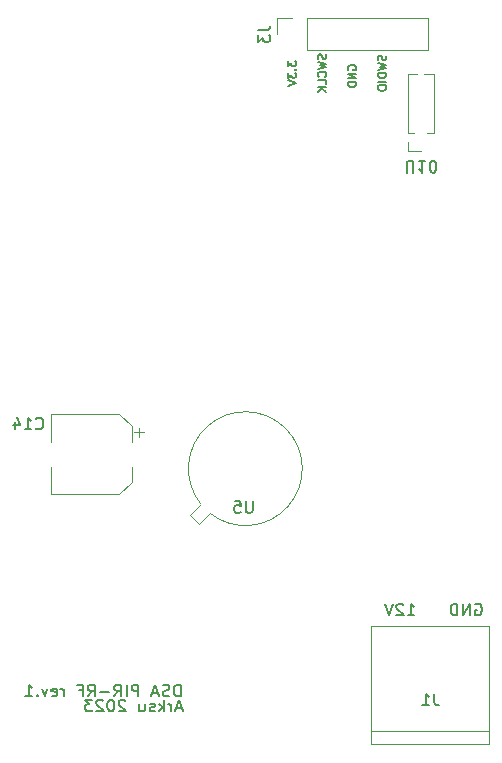
<source format=gbr>
%TF.GenerationSoftware,KiCad,Pcbnew,6.0.11-2627ca5db0~126~ubuntu22.04.1*%
%TF.CreationDate,2023-02-27T20:23:57+01:00*%
%TF.ProjectId,STM32 PIR Sensor,53544d33-3220-4504-9952-2053656e736f,rev?*%
%TF.SameCoordinates,Original*%
%TF.FileFunction,Legend,Bot*%
%TF.FilePolarity,Positive*%
%FSLAX46Y46*%
G04 Gerber Fmt 4.6, Leading zero omitted, Abs format (unit mm)*
G04 Created by KiCad (PCBNEW 6.0.11-2627ca5db0~126~ubuntu22.04.1) date 2023-02-27 20:23:57*
%MOMM*%
%LPD*%
G01*
G04 APERTURE LIST*
%ADD10C,0.150000*%
%ADD11C,0.120000*%
G04 APERTURE END LIST*
D10*
X246237047Y-90622380D02*
X246808476Y-90622380D01*
X246522761Y-90622380D02*
X246522761Y-89622380D01*
X246618000Y-89765238D01*
X246713238Y-89860476D01*
X246808476Y-89908095D01*
X245856095Y-89717619D02*
X245808476Y-89670000D01*
X245713238Y-89622380D01*
X245475142Y-89622380D01*
X245379904Y-89670000D01*
X245332285Y-89717619D01*
X245284666Y-89812857D01*
X245284666Y-89908095D01*
X245332285Y-90050952D01*
X245903714Y-90622380D01*
X245284666Y-90622380D01*
X244998952Y-89622380D02*
X244665619Y-90622380D01*
X244332285Y-89622380D01*
X251967904Y-89670000D02*
X252063142Y-89622380D01*
X252206000Y-89622380D01*
X252348857Y-89670000D01*
X252444095Y-89765238D01*
X252491714Y-89860476D01*
X252539333Y-90050952D01*
X252539333Y-90193809D01*
X252491714Y-90384285D01*
X252444095Y-90479523D01*
X252348857Y-90574761D01*
X252206000Y-90622380D01*
X252110761Y-90622380D01*
X251967904Y-90574761D01*
X251920285Y-90527142D01*
X251920285Y-90193809D01*
X252110761Y-90193809D01*
X251491714Y-90622380D02*
X251491714Y-89622380D01*
X250920285Y-90622380D01*
X250920285Y-89622380D01*
X250444095Y-90622380D02*
X250444095Y-89622380D01*
X250206000Y-89622380D01*
X250063142Y-89670000D01*
X249967904Y-89765238D01*
X249920285Y-89860476D01*
X249872666Y-90050952D01*
X249872666Y-90193809D01*
X249920285Y-90384285D01*
X249967904Y-90479523D01*
X250063142Y-90574761D01*
X250206000Y-90622380D01*
X250444095Y-90622380D01*
X227107238Y-98464666D02*
X226631047Y-98464666D01*
X227202476Y-98750380D02*
X226869142Y-97750380D01*
X226535809Y-98750380D01*
X226202476Y-98750380D02*
X226202476Y-98083714D01*
X226202476Y-98274190D02*
X226154857Y-98178952D01*
X226107238Y-98131333D01*
X226012000Y-98083714D01*
X225916761Y-98083714D01*
X225583428Y-98750380D02*
X225583428Y-97750380D01*
X225488190Y-98369428D02*
X225202476Y-98750380D01*
X225202476Y-98083714D02*
X225583428Y-98464666D01*
X224821523Y-98702761D02*
X224726285Y-98750380D01*
X224535809Y-98750380D01*
X224440571Y-98702761D01*
X224392952Y-98607523D01*
X224392952Y-98559904D01*
X224440571Y-98464666D01*
X224535809Y-98417047D01*
X224678666Y-98417047D01*
X224773904Y-98369428D01*
X224821523Y-98274190D01*
X224821523Y-98226571D01*
X224773904Y-98131333D01*
X224678666Y-98083714D01*
X224535809Y-98083714D01*
X224440571Y-98131333D01*
X223535809Y-98083714D02*
X223535809Y-98750380D01*
X223964380Y-98083714D02*
X223964380Y-98607523D01*
X223916761Y-98702761D01*
X223821523Y-98750380D01*
X223678666Y-98750380D01*
X223583428Y-98702761D01*
X223535809Y-98655142D01*
X222345333Y-97845619D02*
X222297714Y-97798000D01*
X222202476Y-97750380D01*
X221964380Y-97750380D01*
X221869142Y-97798000D01*
X221821523Y-97845619D01*
X221773904Y-97940857D01*
X221773904Y-98036095D01*
X221821523Y-98178952D01*
X222392952Y-98750380D01*
X221773904Y-98750380D01*
X221154857Y-97750380D02*
X221059619Y-97750380D01*
X220964380Y-97798000D01*
X220916761Y-97845619D01*
X220869142Y-97940857D01*
X220821523Y-98131333D01*
X220821523Y-98369428D01*
X220869142Y-98559904D01*
X220916761Y-98655142D01*
X220964380Y-98702761D01*
X221059619Y-98750380D01*
X221154857Y-98750380D01*
X221250095Y-98702761D01*
X221297714Y-98655142D01*
X221345333Y-98559904D01*
X221392952Y-98369428D01*
X221392952Y-98131333D01*
X221345333Y-97940857D01*
X221297714Y-97845619D01*
X221250095Y-97798000D01*
X221154857Y-97750380D01*
X220440571Y-97845619D02*
X220392952Y-97798000D01*
X220297714Y-97750380D01*
X220059619Y-97750380D01*
X219964380Y-97798000D01*
X219916761Y-97845619D01*
X219869142Y-97940857D01*
X219869142Y-98036095D01*
X219916761Y-98178952D01*
X220488190Y-98750380D01*
X219869142Y-98750380D01*
X219535809Y-97750380D02*
X218916761Y-97750380D01*
X219250095Y-98131333D01*
X219107238Y-98131333D01*
X219012000Y-98178952D01*
X218964380Y-98226571D01*
X218916761Y-98321809D01*
X218916761Y-98559904D01*
X218964380Y-98655142D01*
X219012000Y-98702761D01*
X219107238Y-98750380D01*
X219392952Y-98750380D01*
X219488190Y-98702761D01*
X219535809Y-98655142D01*
X227019619Y-97480380D02*
X227019619Y-96480380D01*
X226781523Y-96480380D01*
X226638666Y-96528000D01*
X226543428Y-96623238D01*
X226495809Y-96718476D01*
X226448190Y-96908952D01*
X226448190Y-97051809D01*
X226495809Y-97242285D01*
X226543428Y-97337523D01*
X226638666Y-97432761D01*
X226781523Y-97480380D01*
X227019619Y-97480380D01*
X226067238Y-97432761D02*
X225924380Y-97480380D01*
X225686285Y-97480380D01*
X225591047Y-97432761D01*
X225543428Y-97385142D01*
X225495809Y-97289904D01*
X225495809Y-97194666D01*
X225543428Y-97099428D01*
X225591047Y-97051809D01*
X225686285Y-97004190D01*
X225876761Y-96956571D01*
X225972000Y-96908952D01*
X226019619Y-96861333D01*
X226067238Y-96766095D01*
X226067238Y-96670857D01*
X226019619Y-96575619D01*
X225972000Y-96528000D01*
X225876761Y-96480380D01*
X225638666Y-96480380D01*
X225495809Y-96528000D01*
X225114857Y-97194666D02*
X224638666Y-97194666D01*
X225210095Y-97480380D02*
X224876761Y-96480380D01*
X224543428Y-97480380D01*
X223448190Y-97480380D02*
X223448190Y-96480380D01*
X223067238Y-96480380D01*
X222972000Y-96528000D01*
X222924380Y-96575619D01*
X222876761Y-96670857D01*
X222876761Y-96813714D01*
X222924380Y-96908952D01*
X222972000Y-96956571D01*
X223067238Y-97004190D01*
X223448190Y-97004190D01*
X222448190Y-97480380D02*
X222448190Y-96480380D01*
X221400571Y-97480380D02*
X221733904Y-97004190D01*
X221972000Y-97480380D02*
X221972000Y-96480380D01*
X221591047Y-96480380D01*
X221495809Y-96528000D01*
X221448190Y-96575619D01*
X221400571Y-96670857D01*
X221400571Y-96813714D01*
X221448190Y-96908952D01*
X221495809Y-96956571D01*
X221591047Y-97004190D01*
X221972000Y-97004190D01*
X220972000Y-97099428D02*
X220210095Y-97099428D01*
X219162476Y-97480380D02*
X219495809Y-97004190D01*
X219733904Y-97480380D02*
X219733904Y-96480380D01*
X219352952Y-96480380D01*
X219257714Y-96528000D01*
X219210095Y-96575619D01*
X219162476Y-96670857D01*
X219162476Y-96813714D01*
X219210095Y-96908952D01*
X219257714Y-96956571D01*
X219352952Y-97004190D01*
X219733904Y-97004190D01*
X218400571Y-96956571D02*
X218733904Y-96956571D01*
X218733904Y-97480380D02*
X218733904Y-96480380D01*
X218257714Y-96480380D01*
X217114857Y-97480380D02*
X217114857Y-96813714D01*
X217114857Y-97004190D02*
X217067238Y-96908952D01*
X217019619Y-96861333D01*
X216924380Y-96813714D01*
X216829142Y-96813714D01*
X216114857Y-97432761D02*
X216210095Y-97480380D01*
X216400571Y-97480380D01*
X216495809Y-97432761D01*
X216543428Y-97337523D01*
X216543428Y-96956571D01*
X216495809Y-96861333D01*
X216400571Y-96813714D01*
X216210095Y-96813714D01*
X216114857Y-96861333D01*
X216067238Y-96956571D01*
X216067238Y-97051809D01*
X216543428Y-97147047D01*
X215733904Y-96813714D02*
X215495809Y-97480380D01*
X215257714Y-96813714D01*
X214876761Y-97385142D02*
X214829142Y-97432761D01*
X214876761Y-97480380D01*
X214924380Y-97432761D01*
X214876761Y-97385142D01*
X214876761Y-97480380D01*
X213876761Y-97480380D02*
X214448190Y-97480380D01*
X214162476Y-97480380D02*
X214162476Y-96480380D01*
X214257714Y-96623238D01*
X214352952Y-96718476D01*
X214448190Y-96766095D01*
X244377333Y-43220666D02*
X244410666Y-43320666D01*
X244410666Y-43487333D01*
X244377333Y-43554000D01*
X244344000Y-43587333D01*
X244277333Y-43620666D01*
X244210666Y-43620666D01*
X244144000Y-43587333D01*
X244110666Y-43554000D01*
X244077333Y-43487333D01*
X244044000Y-43354000D01*
X244010666Y-43287333D01*
X243977333Y-43254000D01*
X243910666Y-43220666D01*
X243844000Y-43220666D01*
X243777333Y-43254000D01*
X243744000Y-43287333D01*
X243710666Y-43354000D01*
X243710666Y-43520666D01*
X243744000Y-43620666D01*
X243710666Y-43854000D02*
X244410666Y-44020666D01*
X243910666Y-44154000D01*
X244410666Y-44287333D01*
X243710666Y-44454000D01*
X244410666Y-44720666D02*
X243710666Y-44720666D01*
X243710666Y-44887333D01*
X243744000Y-44987333D01*
X243810666Y-45054000D01*
X243877333Y-45087333D01*
X244010666Y-45120666D01*
X244110666Y-45120666D01*
X244244000Y-45087333D01*
X244310666Y-45054000D01*
X244377333Y-44987333D01*
X244410666Y-44887333D01*
X244410666Y-44720666D01*
X244410666Y-45420666D02*
X243710666Y-45420666D01*
X243710666Y-45887333D02*
X243710666Y-46020666D01*
X243744000Y-46087333D01*
X243810666Y-46154000D01*
X243944000Y-46187333D01*
X244177333Y-46187333D01*
X244310666Y-46154000D01*
X244377333Y-46087333D01*
X244410666Y-46020666D01*
X244410666Y-45887333D01*
X244377333Y-45820666D01*
X244310666Y-45754000D01*
X244177333Y-45720666D01*
X243944000Y-45720666D01*
X243810666Y-45754000D01*
X243744000Y-45820666D01*
X243710666Y-45887333D01*
X241204000Y-44424666D02*
X241170666Y-44358000D01*
X241170666Y-44258000D01*
X241204000Y-44158000D01*
X241270666Y-44091333D01*
X241337333Y-44058000D01*
X241470666Y-44024666D01*
X241570666Y-44024666D01*
X241704000Y-44058000D01*
X241770666Y-44091333D01*
X241837333Y-44158000D01*
X241870666Y-44258000D01*
X241870666Y-44324666D01*
X241837333Y-44424666D01*
X241804000Y-44458000D01*
X241570666Y-44458000D01*
X241570666Y-44324666D01*
X241870666Y-44758000D02*
X241170666Y-44758000D01*
X241870666Y-45158000D01*
X241170666Y-45158000D01*
X241870666Y-45491333D02*
X241170666Y-45491333D01*
X241170666Y-45658000D01*
X241204000Y-45758000D01*
X241270666Y-45824666D01*
X241337333Y-45858000D01*
X241470666Y-45891333D01*
X241570666Y-45891333D01*
X241704000Y-45858000D01*
X241770666Y-45824666D01*
X241837333Y-45758000D01*
X241870666Y-45658000D01*
X241870666Y-45491333D01*
X239297333Y-43120666D02*
X239330666Y-43220666D01*
X239330666Y-43387333D01*
X239297333Y-43454000D01*
X239264000Y-43487333D01*
X239197333Y-43520666D01*
X239130666Y-43520666D01*
X239064000Y-43487333D01*
X239030666Y-43454000D01*
X238997333Y-43387333D01*
X238964000Y-43254000D01*
X238930666Y-43187333D01*
X238897333Y-43154000D01*
X238830666Y-43120666D01*
X238764000Y-43120666D01*
X238697333Y-43154000D01*
X238664000Y-43187333D01*
X238630666Y-43254000D01*
X238630666Y-43420666D01*
X238664000Y-43520666D01*
X238630666Y-43754000D02*
X239330666Y-43920666D01*
X238830666Y-44054000D01*
X239330666Y-44187333D01*
X238630666Y-44354000D01*
X239264000Y-45020666D02*
X239297333Y-44987333D01*
X239330666Y-44887333D01*
X239330666Y-44820666D01*
X239297333Y-44720666D01*
X239230666Y-44654000D01*
X239164000Y-44620666D01*
X239030666Y-44587333D01*
X238930666Y-44587333D01*
X238797333Y-44620666D01*
X238730666Y-44654000D01*
X238664000Y-44720666D01*
X238630666Y-44820666D01*
X238630666Y-44887333D01*
X238664000Y-44987333D01*
X238697333Y-45020666D01*
X239330666Y-45654000D02*
X239330666Y-45320666D01*
X238630666Y-45320666D01*
X239330666Y-45887333D02*
X238630666Y-45887333D01*
X239330666Y-46287333D02*
X238930666Y-45987333D01*
X238630666Y-46287333D02*
X239030666Y-45887333D01*
X236090666Y-43670666D02*
X236090666Y-44104000D01*
X236357333Y-43870666D01*
X236357333Y-43970666D01*
X236390666Y-44037333D01*
X236424000Y-44070666D01*
X236490666Y-44104000D01*
X236657333Y-44104000D01*
X236724000Y-44070666D01*
X236757333Y-44037333D01*
X236790666Y-43970666D01*
X236790666Y-43770666D01*
X236757333Y-43704000D01*
X236724000Y-43670666D01*
X236724000Y-44404000D02*
X236757333Y-44437333D01*
X236790666Y-44404000D01*
X236757333Y-44370666D01*
X236724000Y-44404000D01*
X236790666Y-44404000D01*
X236090666Y-44670666D02*
X236090666Y-45104000D01*
X236357333Y-44870666D01*
X236357333Y-44970666D01*
X236390666Y-45037333D01*
X236424000Y-45070666D01*
X236490666Y-45104000D01*
X236657333Y-45104000D01*
X236724000Y-45070666D01*
X236757333Y-45037333D01*
X236790666Y-44970666D01*
X236790666Y-44770666D01*
X236757333Y-44704000D01*
X236724000Y-44670666D01*
X236090666Y-45304000D02*
X236790666Y-45537333D01*
X236090666Y-45770666D01*
%TO.C,C14*%
X214764857Y-74779142D02*
X214812476Y-74826761D01*
X214955333Y-74874380D01*
X215050571Y-74874380D01*
X215193428Y-74826761D01*
X215288666Y-74731523D01*
X215336285Y-74636285D01*
X215383904Y-74445809D01*
X215383904Y-74302952D01*
X215336285Y-74112476D01*
X215288666Y-74017238D01*
X215193428Y-73922000D01*
X215050571Y-73874380D01*
X214955333Y-73874380D01*
X214812476Y-73922000D01*
X214764857Y-73969619D01*
X213812476Y-74874380D02*
X214383904Y-74874380D01*
X214098190Y-74874380D02*
X214098190Y-73874380D01*
X214193428Y-74017238D01*
X214288666Y-74112476D01*
X214383904Y-74160095D01*
X212955333Y-74207714D02*
X212955333Y-74874380D01*
X213193428Y-73826761D02*
X213431523Y-74541047D01*
X212812476Y-74541047D01*
%TO.C,U5*%
X233117904Y-80922380D02*
X233117904Y-81731904D01*
X233070285Y-81827142D01*
X233022666Y-81874761D01*
X232927428Y-81922380D01*
X232736952Y-81922380D01*
X232641714Y-81874761D01*
X232594095Y-81827142D01*
X232546476Y-81731904D01*
X232546476Y-80922380D01*
X231594095Y-80922380D02*
X232070285Y-80922380D01*
X232117904Y-81398571D01*
X232070285Y-81350952D01*
X231975047Y-81303333D01*
X231736952Y-81303333D01*
X231641714Y-81350952D01*
X231594095Y-81398571D01*
X231546476Y-81493809D01*
X231546476Y-81731904D01*
X231594095Y-81827142D01*
X231641714Y-81874761D01*
X231736952Y-81922380D01*
X231975047Y-81922380D01*
X232070285Y-81874761D01*
X232117904Y-81827142D01*
%TO.C,J1*%
X248491333Y-97242380D02*
X248491333Y-97956666D01*
X248538952Y-98099523D01*
X248634190Y-98194761D01*
X248777047Y-98242380D01*
X248872285Y-98242380D01*
X247491333Y-98242380D02*
X248062761Y-98242380D01*
X247777047Y-98242380D02*
X247777047Y-97242380D01*
X247872285Y-97385238D01*
X247967523Y-97480476D01*
X248062761Y-97528095D01*
%TO.C,U10*%
X246157904Y-53125619D02*
X246157904Y-52316095D01*
X246205523Y-52220857D01*
X246253142Y-52173238D01*
X246348380Y-52125619D01*
X246538857Y-52125619D01*
X246634095Y-52173238D01*
X246681714Y-52220857D01*
X246729333Y-52316095D01*
X246729333Y-53125619D01*
X247729333Y-52125619D02*
X247157904Y-52125619D01*
X247443619Y-52125619D02*
X247443619Y-53125619D01*
X247348380Y-52982761D01*
X247253142Y-52887523D01*
X247157904Y-52839904D01*
X248348380Y-53125619D02*
X248443619Y-53125619D01*
X248538857Y-53078000D01*
X248586476Y-53030380D01*
X248634095Y-52935142D01*
X248681714Y-52744666D01*
X248681714Y-52506571D01*
X248634095Y-52316095D01*
X248586476Y-52220857D01*
X248538857Y-52173238D01*
X248443619Y-52125619D01*
X248348380Y-52125619D01*
X248253142Y-52173238D01*
X248205523Y-52220857D01*
X248157904Y-52316095D01*
X248110285Y-52506571D01*
X248110285Y-52744666D01*
X248157904Y-52935142D01*
X248205523Y-53030380D01*
X248253142Y-53078000D01*
X248348380Y-53125619D01*
%TO.C,J3*%
X233596380Y-41068666D02*
X234310666Y-41068666D01*
X234453523Y-41021047D01*
X234548761Y-40925809D01*
X234596380Y-40782952D01*
X234596380Y-40687714D01*
X233596380Y-41449619D02*
X233596380Y-42068666D01*
X233977333Y-41735333D01*
X233977333Y-41878190D01*
X234024952Y-41973428D01*
X234072571Y-42021047D01*
X234167809Y-42068666D01*
X234405904Y-42068666D01*
X234501142Y-42021047D01*
X234548761Y-41973428D01*
X234596380Y-41878190D01*
X234596380Y-41592476D01*
X234548761Y-41497238D01*
X234501142Y-41449619D01*
D11*
%TO.C,C14*%
X216046000Y-73552000D02*
X216046000Y-75902000D01*
X222866000Y-79307563D02*
X222866000Y-78022000D01*
X222866000Y-74616437D02*
X221801563Y-73552000D01*
X223893500Y-75114500D02*
X223106000Y-75114500D01*
X221801563Y-73552000D02*
X216046000Y-73552000D01*
X221801563Y-80372000D02*
X216046000Y-80372000D01*
X222866000Y-74616437D02*
X222866000Y-75902000D01*
X222866000Y-79307563D02*
X221801563Y-80372000D01*
X216046000Y-80372000D02*
X216046000Y-78022000D01*
X223499750Y-74720750D02*
X223499750Y-75508250D01*
%TO.C,U5*%
X228611961Y-82865856D02*
X227834144Y-82088039D01*
X229502916Y-81974902D02*
X228611961Y-82865856D01*
X227834144Y-82088039D02*
X228725098Y-81197084D01*
X229502916Y-81974902D02*
G75*
G03*
X228725326Y-81197371I2997084J3774902D01*
G01*
%TO.C,J1*%
X253158000Y-100420000D02*
X243158000Y-100420000D01*
X243158000Y-101520000D02*
X253158000Y-101520000D01*
X253158000Y-101520000D02*
X253158000Y-91520000D01*
X253158000Y-91520000D02*
X243158000Y-91520000D01*
X243158000Y-91520000D02*
X243158000Y-101520000D01*
%TO.C,U10*%
X247907471Y-49796000D02*
X248454000Y-49796000D01*
X247651530Y-44781000D02*
X248454000Y-44781000D01*
X248454000Y-49796000D02*
X248454000Y-44781000D01*
X246234000Y-50556000D02*
X246234000Y-51316000D01*
X246234000Y-44781000D02*
X247036470Y-44781000D01*
X246234000Y-49796000D02*
X246234000Y-44781000D01*
X246234000Y-51316000D02*
X247344000Y-51316000D01*
X246234000Y-49796000D02*
X246780529Y-49796000D01*
%TO.C,J3*%
X247964000Y-40072000D02*
X247964000Y-42732000D01*
X236474000Y-40072000D02*
X235144000Y-40072000D01*
X235144000Y-40072000D02*
X235144000Y-41402000D01*
X237744000Y-40072000D02*
X237744000Y-42732000D01*
X237744000Y-42732000D02*
X247964000Y-42732000D01*
X237744000Y-40072000D02*
X247964000Y-40072000D01*
%TD*%
M02*

</source>
